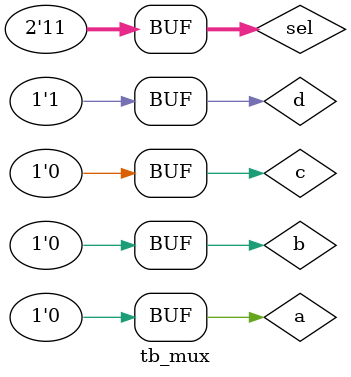
<source format=v>

module mux_4x1(
  input a,b,c,d ,
  input [1:0] sel ,
  output reg out);

  always@*begin
    case(sel)
      2'b00 : out = a;
       2'b01 : out = b ;
       2'b10 : out = c ;
       2'b11 : out = d ;
      default : out = 1'b0;
    endcase
  end
endmodule 

module tb_mux ;
  reg a,b,c,d;
  reg [1:0] sel ;
  wire out ;

  mux_4x1 dut(.a(a),.b(b),.c(c),.d(d),.sel(sel),.out(out));

  initial begin
    sel =2'b00 ; a=1; b=0; c=0; d=0; #10;
    sel =2'b01 ; a=0; b=1; c=0; d=0; #10;
    sel =2'b10 ; a=0; b=0; c=1; d=0; #10;
    sel =2'b11 ; a=0; b=0; c=0; d=1; #10;
  end 

  initial begin
    $monitor("sel=%b,a=%0b,b=%0b,c=%0b,d=%0b,out=%0b",sel,a,b,c,d,out);
    $dumpfile("mux.vcd");
    $dumpvars(1);
  end 

endmodule 

</source>
